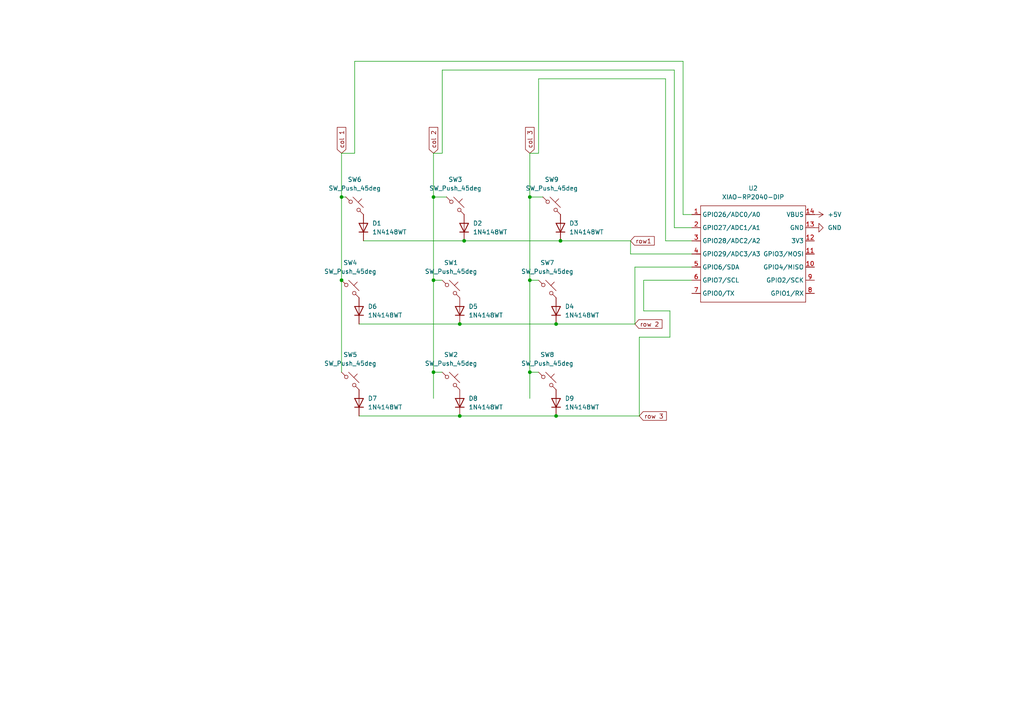
<source format=kicad_sch>
(kicad_sch
	(version 20250114)
	(generator "eeschema")
	(generator_version "9.0")
	(uuid "344f4de1-736e-4758-bd90-f8e33a0ad7ad")
	(paper "A4")
	(lib_symbols
		(symbol "Diode:1N4148WT"
			(pin_numbers
				(hide yes)
			)
			(pin_names
				(hide yes)
			)
			(exclude_from_sim no)
			(in_bom yes)
			(on_board yes)
			(property "Reference" "D"
				(at 0 2.54 0)
				(effects
					(font
						(size 1.27 1.27)
					)
				)
			)
			(property "Value" "1N4148WT"
				(at 0 -2.54 0)
				(effects
					(font
						(size 1.27 1.27)
					)
				)
			)
			(property "Footprint" "Diode_SMD:D_SOD-523"
				(at 0 -4.445 0)
				(effects
					(font
						(size 1.27 1.27)
					)
					(hide yes)
				)
			)
			(property "Datasheet" "https://www.diodes.com/assets/Datasheets/ds30396.pdf"
				(at 0 0 0)
				(effects
					(font
						(size 1.27 1.27)
					)
					(hide yes)
				)
			)
			(property "Description" "75V 0.15A Fast switching Diode, SOD-523"
				(at 0 0 0)
				(effects
					(font
						(size 1.27 1.27)
					)
					(hide yes)
				)
			)
			(property "Sim.Device" "D"
				(at 0 0 0)
				(effects
					(font
						(size 1.27 1.27)
					)
					(hide yes)
				)
			)
			(property "Sim.Pins" "1=K 2=A"
				(at 0 0 0)
				(effects
					(font
						(size 1.27 1.27)
					)
					(hide yes)
				)
			)
			(property "ki_keywords" "diode"
				(at 0 0 0)
				(effects
					(font
						(size 1.27 1.27)
					)
					(hide yes)
				)
			)
			(property "ki_fp_filters" "D*SOD?523*"
				(at 0 0 0)
				(effects
					(font
						(size 1.27 1.27)
					)
					(hide yes)
				)
			)
			(symbol "1N4148WT_0_1"
				(polyline
					(pts
						(xy -1.27 1.27) (xy -1.27 -1.27)
					)
					(stroke
						(width 0.254)
						(type default)
					)
					(fill
						(type none)
					)
				)
				(polyline
					(pts
						(xy 1.27 1.27) (xy 1.27 -1.27) (xy -1.27 0) (xy 1.27 1.27)
					)
					(stroke
						(width 0.254)
						(type default)
					)
					(fill
						(type none)
					)
				)
				(polyline
					(pts
						(xy 1.27 0) (xy -1.27 0)
					)
					(stroke
						(width 0)
						(type default)
					)
					(fill
						(type none)
					)
				)
			)
			(symbol "1N4148WT_1_1"
				(pin passive line
					(at -3.81 0 0)
					(length 2.54)
					(name "K"
						(effects
							(font
								(size 1.27 1.27)
							)
						)
					)
					(number "1"
						(effects
							(font
								(size 1.27 1.27)
							)
						)
					)
				)
				(pin passive line
					(at 3.81 0 180)
					(length 2.54)
					(name "A"
						(effects
							(font
								(size 1.27 1.27)
							)
						)
					)
					(number "2"
						(effects
							(font
								(size 1.27 1.27)
							)
						)
					)
				)
			)
			(embedded_fonts no)
		)
		(symbol "OPL liberary:XIAO-RP2040-DIP"
			(exclude_from_sim no)
			(in_bom yes)
			(on_board yes)
			(property "Reference" "U"
				(at 0 0 0)
				(effects
					(font
						(size 1.27 1.27)
					)
				)
			)
			(property "Value" "XIAO-RP2040-DIP"
				(at 5.334 -1.778 0)
				(effects
					(font
						(size 1.27 1.27)
					)
				)
			)
			(property "Footprint" "Module:MOUDLE14P-XIAO-DIP-SMD"
				(at 14.478 -32.258 0)
				(effects
					(font
						(size 1.27 1.27)
					)
					(hide yes)
				)
			)
			(property "Datasheet" ""
				(at 0 0 0)
				(effects
					(font
						(size 1.27 1.27)
					)
					(hide yes)
				)
			)
			(property "Description" ""
				(at 0 0 0)
				(effects
					(font
						(size 1.27 1.27)
					)
					(hide yes)
				)
			)
			(symbol "XIAO-RP2040-DIP_1_0"
				(polyline
					(pts
						(xy -1.27 -2.54) (xy 29.21 -2.54)
					)
					(stroke
						(width 0.1524)
						(type solid)
					)
					(fill
						(type none)
					)
				)
				(polyline
					(pts
						(xy -1.27 -5.08) (xy -2.54 -5.08)
					)
					(stroke
						(width 0.1524)
						(type solid)
					)
					(fill
						(type none)
					)
				)
				(polyline
					(pts
						(xy -1.27 -5.08) (xy -1.27 -2.54)
					)
					(stroke
						(width 0.1524)
						(type solid)
					)
					(fill
						(type none)
					)
				)
				(polyline
					(pts
						(xy -1.27 -8.89) (xy -2.54 -8.89)
					)
					(stroke
						(width 0.1524)
						(type solid)
					)
					(fill
						(type none)
					)
				)
				(polyline
					(pts
						(xy -1.27 -8.89) (xy -1.27 -5.08)
					)
					(stroke
						(width 0.1524)
						(type solid)
					)
					(fill
						(type none)
					)
				)
				(polyline
					(pts
						(xy -1.27 -12.7) (xy -2.54 -12.7)
					)
					(stroke
						(width 0.1524)
						(type solid)
					)
					(fill
						(type none)
					)
				)
				(polyline
					(pts
						(xy -1.27 -12.7) (xy -1.27 -8.89)
					)
					(stroke
						(width 0.1524)
						(type solid)
					)
					(fill
						(type none)
					)
				)
				(polyline
					(pts
						(xy -1.27 -16.51) (xy -2.54 -16.51)
					)
					(stroke
						(width 0.1524)
						(type solid)
					)
					(fill
						(type none)
					)
				)
				(polyline
					(pts
						(xy -1.27 -16.51) (xy -1.27 -12.7)
					)
					(stroke
						(width 0.1524)
						(type solid)
					)
					(fill
						(type none)
					)
				)
				(polyline
					(pts
						(xy -1.27 -20.32) (xy -2.54 -20.32)
					)
					(stroke
						(width 0.1524)
						(type solid)
					)
					(fill
						(type none)
					)
				)
				(polyline
					(pts
						(xy -1.27 -24.13) (xy -2.54 -24.13)
					)
					(stroke
						(width 0.1524)
						(type solid)
					)
					(fill
						(type none)
					)
				)
				(polyline
					(pts
						(xy -1.27 -27.94) (xy -2.54 -27.94)
					)
					(stroke
						(width 0.1524)
						(type solid)
					)
					(fill
						(type none)
					)
				)
				(polyline
					(pts
						(xy -1.27 -30.48) (xy -1.27 -16.51)
					)
					(stroke
						(width 0.1524)
						(type solid)
					)
					(fill
						(type none)
					)
				)
				(polyline
					(pts
						(xy 29.21 -2.54) (xy 29.21 -5.08)
					)
					(stroke
						(width 0.1524)
						(type solid)
					)
					(fill
						(type none)
					)
				)
				(polyline
					(pts
						(xy 29.21 -5.08) (xy 29.21 -8.89)
					)
					(stroke
						(width 0.1524)
						(type solid)
					)
					(fill
						(type none)
					)
				)
				(polyline
					(pts
						(xy 29.21 -8.89) (xy 29.21 -12.7)
					)
					(stroke
						(width 0.1524)
						(type solid)
					)
					(fill
						(type none)
					)
				)
				(polyline
					(pts
						(xy 29.21 -12.7) (xy 29.21 -30.48)
					)
					(stroke
						(width 0.1524)
						(type solid)
					)
					(fill
						(type none)
					)
				)
				(polyline
					(pts
						(xy 29.21 -30.48) (xy -1.27 -30.48)
					)
					(stroke
						(width 0.1524)
						(type solid)
					)
					(fill
						(type none)
					)
				)
				(polyline
					(pts
						(xy 30.48 -5.08) (xy 29.21 -5.08)
					)
					(stroke
						(width 0.1524)
						(type solid)
					)
					(fill
						(type none)
					)
				)
				(polyline
					(pts
						(xy 30.48 -8.89) (xy 29.21 -8.89)
					)
					(stroke
						(width 0.1524)
						(type solid)
					)
					(fill
						(type none)
					)
				)
				(polyline
					(pts
						(xy 30.48 -12.7) (xy 29.21 -12.7)
					)
					(stroke
						(width 0.1524)
						(type solid)
					)
					(fill
						(type none)
					)
				)
				(polyline
					(pts
						(xy 30.48 -16.51) (xy 29.21 -16.51)
					)
					(stroke
						(width 0.1524)
						(type solid)
					)
					(fill
						(type none)
					)
				)
				(polyline
					(pts
						(xy 30.48 -20.32) (xy 29.21 -20.32)
					)
					(stroke
						(width 0.1524)
						(type solid)
					)
					(fill
						(type none)
					)
				)
				(polyline
					(pts
						(xy 30.48 -24.13) (xy 29.21 -24.13)
					)
					(stroke
						(width 0.1524)
						(type solid)
					)
					(fill
						(type none)
					)
				)
				(polyline
					(pts
						(xy 30.48 -27.94) (xy 29.21 -27.94)
					)
					(stroke
						(width 0.1524)
						(type solid)
					)
					(fill
						(type none)
					)
				)
				(pin passive line
					(at -3.81 -5.08 0)
					(length 2.54)
					(name "GPIO26/ADC0/A0"
						(effects
							(font
								(size 1.27 1.27)
							)
						)
					)
					(number "1"
						(effects
							(font
								(size 1.27 1.27)
							)
						)
					)
				)
				(pin passive line
					(at -3.81 -8.89 0)
					(length 2.54)
					(name "GPIO27/ADC1/A1"
						(effects
							(font
								(size 1.27 1.27)
							)
						)
					)
					(number "2"
						(effects
							(font
								(size 1.27 1.27)
							)
						)
					)
				)
				(pin passive line
					(at -3.81 -12.7 0)
					(length 2.54)
					(name "GPIO28/ADC2/A2"
						(effects
							(font
								(size 1.27 1.27)
							)
						)
					)
					(number "3"
						(effects
							(font
								(size 1.27 1.27)
							)
						)
					)
				)
				(pin passive line
					(at -3.81 -16.51 0)
					(length 2.54)
					(name "GPIO29/ADC3/A3"
						(effects
							(font
								(size 1.27 1.27)
							)
						)
					)
					(number "4"
						(effects
							(font
								(size 1.27 1.27)
							)
						)
					)
				)
				(pin passive line
					(at -3.81 -20.32 0)
					(length 2.54)
					(name "GPIO6/SDA"
						(effects
							(font
								(size 1.27 1.27)
							)
						)
					)
					(number "5"
						(effects
							(font
								(size 1.27 1.27)
							)
						)
					)
				)
				(pin passive line
					(at -3.81 -24.13 0)
					(length 2.54)
					(name "GPIO7/SCL"
						(effects
							(font
								(size 1.27 1.27)
							)
						)
					)
					(number "6"
						(effects
							(font
								(size 1.27 1.27)
							)
						)
					)
				)
				(pin passive line
					(at -3.81 -27.94 0)
					(length 2.54)
					(name "GPIO0/TX"
						(effects
							(font
								(size 1.27 1.27)
							)
						)
					)
					(number "7"
						(effects
							(font
								(size 1.27 1.27)
							)
						)
					)
				)
				(pin passive line
					(at 31.75 -5.08 180)
					(length 2.54)
					(name "VBUS"
						(effects
							(font
								(size 1.27 1.27)
							)
						)
					)
					(number "14"
						(effects
							(font
								(size 1.27 1.27)
							)
						)
					)
				)
				(pin passive line
					(at 31.75 -8.89 180)
					(length 2.54)
					(name "GND"
						(effects
							(font
								(size 1.27 1.27)
							)
						)
					)
					(number "13"
						(effects
							(font
								(size 1.27 1.27)
							)
						)
					)
				)
				(pin passive line
					(at 31.75 -12.7 180)
					(length 2.54)
					(name "3V3"
						(effects
							(font
								(size 1.27 1.27)
							)
						)
					)
					(number "12"
						(effects
							(font
								(size 1.27 1.27)
							)
						)
					)
				)
				(pin passive line
					(at 31.75 -16.51 180)
					(length 2.54)
					(name "GPIO3/MOSI"
						(effects
							(font
								(size 1.27 1.27)
							)
						)
					)
					(number "11"
						(effects
							(font
								(size 1.27 1.27)
							)
						)
					)
				)
				(pin passive line
					(at 31.75 -20.32 180)
					(length 2.54)
					(name "GPIO4/MISO"
						(effects
							(font
								(size 1.27 1.27)
							)
						)
					)
					(number "10"
						(effects
							(font
								(size 1.27 1.27)
							)
						)
					)
				)
				(pin passive line
					(at 31.75 -24.13 180)
					(length 2.54)
					(name "GPIO2/SCK"
						(effects
							(font
								(size 1.27 1.27)
							)
						)
					)
					(number "9"
						(effects
							(font
								(size 1.27 1.27)
							)
						)
					)
				)
				(pin passive line
					(at 31.75 -27.94 180)
					(length 2.54)
					(name "GPIO1/RX"
						(effects
							(font
								(size 1.27 1.27)
							)
						)
					)
					(number "8"
						(effects
							(font
								(size 1.27 1.27)
							)
						)
					)
				)
			)
			(embedded_fonts no)
		)
		(symbol "Switch:SW_Push_45deg"
			(pin_numbers
				(hide yes)
			)
			(pin_names
				(offset 1.016)
				(hide yes)
			)
			(exclude_from_sim no)
			(in_bom yes)
			(on_board yes)
			(property "Reference" "SW"
				(at 3.048 1.016 0)
				(effects
					(font
						(size 1.27 1.27)
					)
					(justify left)
				)
			)
			(property "Value" "SW_Push_45deg"
				(at 0 -3.81 0)
				(effects
					(font
						(size 1.27 1.27)
					)
				)
			)
			(property "Footprint" ""
				(at 0 0 0)
				(effects
					(font
						(size 1.27 1.27)
					)
					(hide yes)
				)
			)
			(property "Datasheet" "~"
				(at 0 0 0)
				(effects
					(font
						(size 1.27 1.27)
					)
					(hide yes)
				)
			)
			(property "Description" "Push button switch, normally open, two pins, 45° tilted"
				(at 0 0 0)
				(effects
					(font
						(size 1.27 1.27)
					)
					(hide yes)
				)
			)
			(property "ki_keywords" "switch normally-open pushbutton push-button"
				(at 0 0 0)
				(effects
					(font
						(size 1.27 1.27)
					)
					(hide yes)
				)
			)
			(symbol "SW_Push_45deg_0_1"
				(polyline
					(pts
						(xy -2.54 2.54) (xy -1.524 1.524) (xy -1.524 1.524)
					)
					(stroke
						(width 0)
						(type default)
					)
					(fill
						(type none)
					)
				)
				(circle
					(center -1.1684 1.1684)
					(radius 0.508)
					(stroke
						(width 0)
						(type default)
					)
					(fill
						(type none)
					)
				)
				(polyline
					(pts
						(xy -0.508 2.54) (xy 2.54 -0.508)
					)
					(stroke
						(width 0)
						(type default)
					)
					(fill
						(type none)
					)
				)
				(polyline
					(pts
						(xy 1.016 1.016) (xy 2.032 2.032)
					)
					(stroke
						(width 0)
						(type default)
					)
					(fill
						(type none)
					)
				)
				(circle
					(center 1.143 -1.1938)
					(radius 0.508)
					(stroke
						(width 0)
						(type default)
					)
					(fill
						(type none)
					)
				)
				(polyline
					(pts
						(xy 1.524 -1.524) (xy 2.54 -2.54) (xy 2.54 -2.54) (xy 2.54 -2.54)
					)
					(stroke
						(width 0)
						(type default)
					)
					(fill
						(type none)
					)
				)
				(pin passive line
					(at -2.54 2.54 0)
					(length 0)
					(name "1"
						(effects
							(font
								(size 1.27 1.27)
							)
						)
					)
					(number "1"
						(effects
							(font
								(size 1.27 1.27)
							)
						)
					)
				)
				(pin passive line
					(at 2.54 -2.54 180)
					(length 0)
					(name "2"
						(effects
							(font
								(size 1.27 1.27)
							)
						)
					)
					(number "2"
						(effects
							(font
								(size 1.27 1.27)
							)
						)
					)
				)
			)
			(embedded_fonts no)
		)
		(symbol "power:+5V"
			(power)
			(pin_numbers
				(hide yes)
			)
			(pin_names
				(offset 0)
				(hide yes)
			)
			(exclude_from_sim no)
			(in_bom yes)
			(on_board yes)
			(property "Reference" "#PWR"
				(at 0 -3.81 0)
				(effects
					(font
						(size 1.27 1.27)
					)
					(hide yes)
				)
			)
			(property "Value" "+5V"
				(at 0 3.556 0)
				(effects
					(font
						(size 1.27 1.27)
					)
				)
			)
			(property "Footprint" ""
				(at 0 0 0)
				(effects
					(font
						(size 1.27 1.27)
					)
					(hide yes)
				)
			)
			(property "Datasheet" ""
				(at 0 0 0)
				(effects
					(font
						(size 1.27 1.27)
					)
					(hide yes)
				)
			)
			(property "Description" "Power symbol creates a global label with name \"+5V\""
				(at 0 0 0)
				(effects
					(font
						(size 1.27 1.27)
					)
					(hide yes)
				)
			)
			(property "ki_keywords" "global power"
				(at 0 0 0)
				(effects
					(font
						(size 1.27 1.27)
					)
					(hide yes)
				)
			)
			(symbol "+5V_0_1"
				(polyline
					(pts
						(xy -0.762 1.27) (xy 0 2.54)
					)
					(stroke
						(width 0)
						(type default)
					)
					(fill
						(type none)
					)
				)
				(polyline
					(pts
						(xy 0 2.54) (xy 0.762 1.27)
					)
					(stroke
						(width 0)
						(type default)
					)
					(fill
						(type none)
					)
				)
				(polyline
					(pts
						(xy 0 0) (xy 0 2.54)
					)
					(stroke
						(width 0)
						(type default)
					)
					(fill
						(type none)
					)
				)
			)
			(symbol "+5V_1_1"
				(pin power_in line
					(at 0 0 90)
					(length 0)
					(name "~"
						(effects
							(font
								(size 1.27 1.27)
							)
						)
					)
					(number "1"
						(effects
							(font
								(size 1.27 1.27)
							)
						)
					)
				)
			)
			(embedded_fonts no)
		)
		(symbol "power:GND"
			(power)
			(pin_numbers
				(hide yes)
			)
			(pin_names
				(offset 0)
				(hide yes)
			)
			(exclude_from_sim no)
			(in_bom yes)
			(on_board yes)
			(property "Reference" "#PWR"
				(at 0 -6.35 0)
				(effects
					(font
						(size 1.27 1.27)
					)
					(hide yes)
				)
			)
			(property "Value" "GND"
				(at 0 -3.81 0)
				(effects
					(font
						(size 1.27 1.27)
					)
				)
			)
			(property "Footprint" ""
				(at 0 0 0)
				(effects
					(font
						(size 1.27 1.27)
					)
					(hide yes)
				)
			)
			(property "Datasheet" ""
				(at 0 0 0)
				(effects
					(font
						(size 1.27 1.27)
					)
					(hide yes)
				)
			)
			(property "Description" "Power symbol creates a global label with name \"GND\" , ground"
				(at 0 0 0)
				(effects
					(font
						(size 1.27 1.27)
					)
					(hide yes)
				)
			)
			(property "ki_keywords" "global power"
				(at 0 0 0)
				(effects
					(font
						(size 1.27 1.27)
					)
					(hide yes)
				)
			)
			(symbol "GND_0_1"
				(polyline
					(pts
						(xy 0 0) (xy 0 -1.27) (xy 1.27 -1.27) (xy 0 -2.54) (xy -1.27 -1.27) (xy 0 -1.27)
					)
					(stroke
						(width 0)
						(type default)
					)
					(fill
						(type none)
					)
				)
			)
			(symbol "GND_1_1"
				(pin power_in line
					(at 0 0 270)
					(length 0)
					(name "~"
						(effects
							(font
								(size 1.27 1.27)
							)
						)
					)
					(number "1"
						(effects
							(font
								(size 1.27 1.27)
							)
						)
					)
				)
			)
			(embedded_fonts no)
		)
	)
	(junction
		(at 153.67 57.15)
		(diameter 0)
		(color 0 0 0 0)
		(uuid "011aa8e1-2841-408a-bb35-4792d104ba42")
	)
	(junction
		(at 99.06 81.28)
		(diameter 0)
		(color 0 0 0 0)
		(uuid "11d25810-d14e-4379-a6df-79e701ea7bf4")
	)
	(junction
		(at 153.67 81.28)
		(diameter 0)
		(color 0 0 0 0)
		(uuid "2558c54b-729a-4e69-aebb-536f5b28734f")
	)
	(junction
		(at 133.35 120.65)
		(diameter 0)
		(color 0 0 0 0)
		(uuid "2a8c9ec7-b3d3-4920-9816-ce2a2ecb4fbe")
	)
	(junction
		(at 133.35 93.98)
		(diameter 0)
		(color 0 0 0 0)
		(uuid "2fc2892a-05b9-43cc-a47f-aa0c4583732d")
	)
	(junction
		(at 99.06 57.15)
		(diameter 0)
		(color 0 0 0 0)
		(uuid "3bd59211-fa72-41d2-974c-c27b7138e19c")
	)
	(junction
		(at 153.67 107.95)
		(diameter 0)
		(color 0 0 0 0)
		(uuid "5c345ca2-64a1-4be6-8b1c-dc6db57cc3aa")
	)
	(junction
		(at 125.73 57.15)
		(diameter 0)
		(color 0 0 0 0)
		(uuid "679f46ff-5f72-4a5b-83e3-bfce0bde639d")
	)
	(junction
		(at 134.62 69.85)
		(diameter 0)
		(color 0 0 0 0)
		(uuid "8bee247a-f655-4401-a8ac-1140f4f1102b")
	)
	(junction
		(at 161.29 93.98)
		(diameter 0)
		(color 0 0 0 0)
		(uuid "986b890c-4237-44fe-ac04-85c4c3311517")
	)
	(junction
		(at 161.29 120.65)
		(diameter 0)
		(color 0 0 0 0)
		(uuid "beeb0d48-6968-4b56-b496-1eb1df792cff")
	)
	(junction
		(at 125.73 81.28)
		(diameter 0)
		(color 0 0 0 0)
		(uuid "c86933d0-a212-4aba-bfb5-6769db98ecdd")
	)
	(junction
		(at 125.73 107.95)
		(diameter 0)
		(color 0 0 0 0)
		(uuid "ef25e894-9d1d-421c-b40a-02f76596f355")
	)
	(junction
		(at 162.56 69.85)
		(diameter 0)
		(color 0 0 0 0)
		(uuid "f25f624f-9050-4b53-a8db-f239f8765c04")
	)
	(wire
		(pts
			(xy 198.12 62.23) (xy 200.66 62.23)
		)
		(stroke
			(width 0)
			(type default)
		)
		(uuid "1410cb52-a194-4a5b-8a4a-1875a3fbf2cb")
	)
	(wire
		(pts
			(xy 195.58 20.32) (xy 195.58 66.04)
		)
		(stroke
			(width 0)
			(type default)
		)
		(uuid "1cb6a737-5337-40d2-9481-d50f469ee777")
	)
	(wire
		(pts
			(xy 128.27 81.28) (xy 125.73 81.28)
		)
		(stroke
			(width 0)
			(type default)
		)
		(uuid "1d48fac2-9884-48cf-bf59-6f30efbef3d0")
	)
	(wire
		(pts
			(xy 156.21 81.28) (xy 153.67 81.28)
		)
		(stroke
			(width 0)
			(type default)
		)
		(uuid "1ed1f7dd-7b0f-4543-8f09-9c80ee6c707f")
	)
	(wire
		(pts
			(xy 125.73 81.28) (xy 125.73 107.95)
		)
		(stroke
			(width 0)
			(type default)
		)
		(uuid "28fa64f2-ab38-4b23-948a-c65d26ad2b5d")
	)
	(wire
		(pts
			(xy 133.35 93.98) (xy 161.29 93.98)
		)
		(stroke
			(width 0)
			(type default)
		)
		(uuid "30ecf788-f5f0-4f60-aacc-3fe9aea4d3fd")
	)
	(wire
		(pts
			(xy 156.21 107.95) (xy 153.67 107.95)
		)
		(stroke
			(width 0)
			(type default)
		)
		(uuid "31f096e0-d045-4449-b7ad-ff67bc601923")
	)
	(wire
		(pts
			(xy 134.62 69.85) (xy 162.56 69.85)
		)
		(stroke
			(width 0)
			(type default)
		)
		(uuid "32b7ec0e-c5af-42e7-b840-5ebfd7e6a342")
	)
	(wire
		(pts
			(xy 195.58 66.04) (xy 200.66 66.04)
		)
		(stroke
			(width 0)
			(type default)
		)
		(uuid "34c91408-cf22-4025-b631-091c22944c63")
	)
	(wire
		(pts
			(xy 153.67 57.15) (xy 153.67 81.28)
		)
		(stroke
			(width 0)
			(type default)
		)
		(uuid "3e3dad59-0c5a-406c-8bbd-4c874539ab48")
	)
	(wire
		(pts
			(xy 182.88 73.66) (xy 200.66 73.66)
		)
		(stroke
			(width 0)
			(type default)
		)
		(uuid "538417bf-e274-47ca-a203-89cb05aedaa7")
	)
	(wire
		(pts
			(xy 104.14 93.98) (xy 133.35 93.98)
		)
		(stroke
			(width 0)
			(type default)
		)
		(uuid "53d9d34c-92eb-40f6-a63b-8d9bb40f29fa")
	)
	(wire
		(pts
			(xy 104.14 120.65) (xy 133.35 120.65)
		)
		(stroke
			(width 0)
			(type default)
		)
		(uuid "54e7c41f-5b57-49a7-b2cf-1a2799b22a5b")
	)
	(wire
		(pts
			(xy 186.69 90.17) (xy 186.69 81.28)
		)
		(stroke
			(width 0)
			(type default)
		)
		(uuid "607192a6-c7a0-4835-89ed-a2cf06027bbd")
	)
	(wire
		(pts
			(xy 99.06 57.15) (xy 100.33 57.15)
		)
		(stroke
			(width 0)
			(type default)
		)
		(uuid "688ef9df-7e8a-40c6-a410-cc71d29ea145")
	)
	(wire
		(pts
			(xy 184.15 93.98) (xy 184.15 77.47)
		)
		(stroke
			(width 0)
			(type default)
		)
		(uuid "6a2a93dd-c0dc-4d0f-af24-fbc3f919093b")
	)
	(wire
		(pts
			(xy 193.04 22.86) (xy 193.04 69.85)
		)
		(stroke
			(width 0)
			(type default)
		)
		(uuid "6a4261a2-3700-4954-87c8-0b65e9b0a3dd")
	)
	(wire
		(pts
			(xy 161.29 93.98) (xy 184.15 93.98)
		)
		(stroke
			(width 0)
			(type default)
		)
		(uuid "6b0bb7fb-5bb3-49a2-a981-1cf2ab85d0a6")
	)
	(wire
		(pts
			(xy 186.69 81.28) (xy 200.66 81.28)
		)
		(stroke
			(width 0)
			(type default)
		)
		(uuid "6ee329d1-729d-4529-b0d3-a04ea854b69a")
	)
	(wire
		(pts
			(xy 99.06 44.45) (xy 102.87 44.45)
		)
		(stroke
			(width 0)
			(type default)
		)
		(uuid "71d1234a-4ce8-4b31-8d44-c0b46ce2dd48")
	)
	(wire
		(pts
			(xy 162.56 69.85) (xy 182.88 69.85)
		)
		(stroke
			(width 0)
			(type default)
		)
		(uuid "72fe1b2b-1d3d-49b5-b291-0a90bfa54844")
	)
	(wire
		(pts
			(xy 153.67 44.45) (xy 153.67 57.15)
		)
		(stroke
			(width 0)
			(type default)
		)
		(uuid "7670b54a-c30d-4780-8ee7-991e7e38d8c1")
	)
	(wire
		(pts
			(xy 125.73 44.45) (xy 128.27 44.45)
		)
		(stroke
			(width 0)
			(type default)
		)
		(uuid "7b1db5c4-ac43-4741-a904-8e68270cd320")
	)
	(wire
		(pts
			(xy 194.31 90.17) (xy 186.69 90.17)
		)
		(stroke
			(width 0)
			(type default)
		)
		(uuid "7db463d4-faa6-45a9-8684-370b601f0981")
	)
	(wire
		(pts
			(xy 185.42 97.79) (xy 194.31 97.79)
		)
		(stroke
			(width 0)
			(type default)
		)
		(uuid "875bd029-44a4-4558-9984-28e76cc5ad64")
	)
	(wire
		(pts
			(xy 156.21 44.45) (xy 156.21 22.86)
		)
		(stroke
			(width 0)
			(type default)
		)
		(uuid "88a41626-c563-4f88-bf9b-738c6d6690a3")
	)
	(wire
		(pts
			(xy 193.04 69.85) (xy 200.66 69.85)
		)
		(stroke
			(width 0)
			(type default)
		)
		(uuid "8e4a0504-107f-4674-accd-df6ba1c49d1b")
	)
	(wire
		(pts
			(xy 153.67 57.15) (xy 157.48 57.15)
		)
		(stroke
			(width 0)
			(type default)
		)
		(uuid "9794c32c-6360-40ab-8d23-4d2e3cf92765")
	)
	(wire
		(pts
			(xy 198.12 17.78) (xy 198.12 62.23)
		)
		(stroke
			(width 0)
			(type default)
		)
		(uuid "987365e4-89a3-484b-8866-ddd44a2e9ee0")
	)
	(wire
		(pts
			(xy 105.41 69.85) (xy 134.62 69.85)
		)
		(stroke
			(width 0)
			(type default)
		)
		(uuid "9d10ccb6-c9b8-4f2f-8740-e3ed79f01a42")
	)
	(wire
		(pts
			(xy 153.67 81.28) (xy 153.67 107.95)
		)
		(stroke
			(width 0)
			(type default)
		)
		(uuid "9d9d3fbe-151c-444a-b8a1-be361c8527b4")
	)
	(wire
		(pts
			(xy 194.31 97.79) (xy 194.31 90.17)
		)
		(stroke
			(width 0)
			(type default)
		)
		(uuid "9fbe32d4-24c3-4a0e-b6e9-168716bd689f")
	)
	(wire
		(pts
			(xy 128.27 44.45) (xy 128.27 20.32)
		)
		(stroke
			(width 0)
			(type default)
		)
		(uuid "a421c959-541a-4c98-b483-ed1ae94dfca0")
	)
	(wire
		(pts
			(xy 99.06 57.15) (xy 99.06 81.28)
		)
		(stroke
			(width 0)
			(type default)
		)
		(uuid "a4b693cc-83a7-4e39-99d1-3885306bf41a")
	)
	(wire
		(pts
			(xy 133.35 120.65) (xy 161.29 120.65)
		)
		(stroke
			(width 0)
			(type default)
		)
		(uuid "a507bc7b-fbb5-4b93-a4d3-075a85bb6a81")
	)
	(wire
		(pts
			(xy 125.73 57.15) (xy 129.54 57.15)
		)
		(stroke
			(width 0)
			(type default)
		)
		(uuid "a607dc17-47d4-4678-9ff7-1ce74d9afe9c")
	)
	(wire
		(pts
			(xy 182.88 69.85) (xy 182.88 73.66)
		)
		(stroke
			(width 0)
			(type default)
		)
		(uuid "a73e3757-71c5-4bf8-ac03-298b51e2d9df")
	)
	(wire
		(pts
			(xy 99.06 44.45) (xy 99.06 57.15)
		)
		(stroke
			(width 0)
			(type default)
		)
		(uuid "b013e992-5eaf-4364-8ba5-afafb131d919")
	)
	(wire
		(pts
			(xy 99.06 81.28) (xy 99.06 107.95)
		)
		(stroke
			(width 0)
			(type default)
		)
		(uuid "b260720c-12b6-40ae-a940-5bc2b1783a81")
	)
	(wire
		(pts
			(xy 156.21 22.86) (xy 193.04 22.86)
		)
		(stroke
			(width 0)
			(type default)
		)
		(uuid "b53b6890-92d3-4658-b815-09938037d70e")
	)
	(wire
		(pts
			(xy 125.73 44.45) (xy 125.73 57.15)
		)
		(stroke
			(width 0)
			(type default)
		)
		(uuid "b63901ca-5fbe-4a28-900e-713eefe41fbf")
	)
	(wire
		(pts
			(xy 102.87 17.78) (xy 198.12 17.78)
		)
		(stroke
			(width 0)
			(type default)
		)
		(uuid "c8efb942-66f8-4125-8999-2f39b035747a")
	)
	(wire
		(pts
			(xy 185.42 120.65) (xy 185.42 97.79)
		)
		(stroke
			(width 0)
			(type default)
		)
		(uuid "c9493947-4e5f-42e6-93f1-b0d9f8d5eec3")
	)
	(wire
		(pts
			(xy 125.73 57.15) (xy 125.73 81.28)
		)
		(stroke
			(width 0)
			(type default)
		)
		(uuid "cca2e8b2-1456-4d1c-9537-b5ef1b177e6b")
	)
	(wire
		(pts
			(xy 161.29 120.65) (xy 185.42 120.65)
		)
		(stroke
			(width 0)
			(type default)
		)
		(uuid "d1fa538e-0c71-4aac-aa3f-ca77e7acaab0")
	)
	(wire
		(pts
			(xy 184.15 77.47) (xy 200.66 77.47)
		)
		(stroke
			(width 0)
			(type default)
		)
		(uuid "d4882ce4-b026-4127-9eb7-2453d4be3004")
	)
	(wire
		(pts
			(xy 102.87 44.45) (xy 102.87 17.78)
		)
		(stroke
			(width 0)
			(type default)
		)
		(uuid "d6c16269-a50f-422e-b77a-dbc2d176226c")
	)
	(wire
		(pts
			(xy 153.67 107.95) (xy 153.67 115.57)
		)
		(stroke
			(width 0)
			(type default)
		)
		(uuid "dcbe2c6b-e586-407e-bf78-00bc03473336")
	)
	(wire
		(pts
			(xy 128.27 107.95) (xy 125.73 107.95)
		)
		(stroke
			(width 0)
			(type default)
		)
		(uuid "de6c5d3a-5ad2-4d6a-993d-5ce56301d814")
	)
	(wire
		(pts
			(xy 128.27 20.32) (xy 195.58 20.32)
		)
		(stroke
			(width 0)
			(type default)
		)
		(uuid "e9b0a134-30c6-4189-9ed0-8b276aab63b5")
	)
	(wire
		(pts
			(xy 125.73 107.95) (xy 125.73 115.57)
		)
		(stroke
			(width 0)
			(type default)
		)
		(uuid "f2dee268-a417-4515-bcde-dcedc790c83e")
	)
	(wire
		(pts
			(xy 153.67 44.45) (xy 156.21 44.45)
		)
		(stroke
			(width 0)
			(type default)
		)
		(uuid "f829d2ed-ffe6-42e7-a470-b7d4c2f5eaa8")
	)
	(global_label "col 3"
		(shape input)
		(at 153.67 44.45 90)
		(fields_autoplaced yes)
		(effects
			(font
				(size 1.27 1.27)
			)
			(justify left)
		)
		(uuid "0d42fcf3-0450-4b08-9ee0-bc99eb1f1c7a")
		(property "Intersheetrefs" "${INTERSHEET_REFS}"
			(at 153.67 36.3849 90)
			(effects
				(font
					(size 1.27 1.27)
				)
				(justify left)
				(hide yes)
			)
		)
	)
	(global_label "row 3"
		(shape input)
		(at 185.42 120.65 0)
		(fields_autoplaced yes)
		(effects
			(font
				(size 1.27 1.27)
			)
			(justify left)
		)
		(uuid "2c44efb3-d3c9-4072-9b15-da757efb0b20")
		(property "Intersheetrefs" "${INTERSHEET_REFS}"
			(at 193.848 120.65 0)
			(effects
				(font
					(size 1.27 1.27)
				)
				(justify left)
				(hide yes)
			)
		)
	)
	(global_label "col 2"
		(shape input)
		(at 125.73 44.45 90)
		(fields_autoplaced yes)
		(effects
			(font
				(size 1.27 1.27)
			)
			(justify left)
		)
		(uuid "60cc2436-da07-4008-a7e9-d0caff10744f")
		(property "Intersheetrefs" "${INTERSHEET_REFS}"
			(at 125.73 36.3849 90)
			(effects
				(font
					(size 1.27 1.27)
				)
				(justify left)
				(hide yes)
			)
		)
	)
	(global_label "col 1"
		(shape input)
		(at 99.06 44.45 90)
		(fields_autoplaced yes)
		(effects
			(font
				(size 1.27 1.27)
			)
			(justify left)
		)
		(uuid "66267427-45af-4420-a105-d8b2497df7dd")
		(property "Intersheetrefs" "${INTERSHEET_REFS}"
			(at 99.06 36.3849 90)
			(effects
				(font
					(size 1.27 1.27)
				)
				(justify left)
				(hide yes)
			)
		)
	)
	(global_label "row1"
		(shape input)
		(at 182.88 69.85 0)
		(fields_autoplaced yes)
		(effects
			(font
				(size 1.27 1.27)
			)
			(justify left)
		)
		(uuid "83991bd8-401d-448a-8fcf-4a5f25ecd11c")
		(property "Intersheetrefs" "${INTERSHEET_REFS}"
			(at 190.3404 69.85 0)
			(effects
				(font
					(size 1.27 1.27)
				)
				(justify left)
				(hide yes)
			)
		)
	)
	(global_label "row 2"
		(shape input)
		(at 184.15 93.98 0)
		(fields_autoplaced yes)
		(effects
			(font
				(size 1.27 1.27)
			)
			(justify left)
		)
		(uuid "8a1870ee-3abe-4921-a8c2-0c0512875c23")
		(property "Intersheetrefs" "${INTERSHEET_REFS}"
			(at 192.578 93.98 0)
			(effects
				(font
					(size 1.27 1.27)
				)
				(justify left)
				(hide yes)
			)
		)
	)
	(symbol
		(lib_id "Switch:SW_Push_45deg")
		(at 132.08 59.69 0)
		(unit 1)
		(exclude_from_sim no)
		(in_bom yes)
		(on_board yes)
		(dnp no)
		(fields_autoplaced yes)
		(uuid "046bdaf9-e738-459f-b2ec-21cd55fc2da9")
		(property "Reference" "SW3"
			(at 132.08 52.07 0)
			(effects
				(font
					(size 1.27 1.27)
				)
			)
		)
		(property "Value" "SW_Push_45deg"
			(at 132.08 54.61 0)
			(effects
				(font
					(size 1.27 1.27)
				)
			)
		)
		(property "Footprint" ""
			(at 132.08 59.69 0)
			(effects
				(font
					(size 1.27 1.27)
				)
				(hide yes)
			)
		)
		(property "Datasheet" "~"
			(at 132.08 59.69 0)
			(effects
				(font
					(size 1.27 1.27)
				)
				(hide yes)
			)
		)
		(property "Description" "Push button switch, normally open, two pins, 45° tilted"
			(at 132.08 59.69 0)
			(effects
				(font
					(size 1.27 1.27)
				)
				(hide yes)
			)
		)
		(pin "2"
			(uuid "138b9075-d270-4242-91ae-33f60b655d85")
		)
		(pin "1"
			(uuid "50e20afa-6b28-4f0d-b430-ddfd2d0464b9")
		)
		(instances
			(project "codeer"
				(path "/344f4de1-736e-4758-bd90-f8e33a0ad7ad"
					(reference "SW3")
					(unit 1)
				)
			)
		)
	)
	(symbol
		(lib_id "Switch:SW_Push_45deg")
		(at 158.75 83.82 0)
		(unit 1)
		(exclude_from_sim no)
		(in_bom yes)
		(on_board yes)
		(dnp no)
		(fields_autoplaced yes)
		(uuid "162665da-0ef5-464f-9dad-5d408a5f0df7")
		(property "Reference" "SW7"
			(at 158.75 76.2 0)
			(effects
				(font
					(size 1.27 1.27)
				)
			)
		)
		(property "Value" "SW_Push_45deg"
			(at 158.75 78.74 0)
			(effects
				(font
					(size 1.27 1.27)
				)
			)
		)
		(property "Footprint" ""
			(at 158.75 83.82 0)
			(effects
				(font
					(size 1.27 1.27)
				)
				(hide yes)
			)
		)
		(property "Datasheet" "~"
			(at 158.75 83.82 0)
			(effects
				(font
					(size 1.27 1.27)
				)
				(hide yes)
			)
		)
		(property "Description" "Push button switch, normally open, two pins, 45° tilted"
			(at 158.75 83.82 0)
			(effects
				(font
					(size 1.27 1.27)
				)
				(hide yes)
			)
		)
		(pin "2"
			(uuid "cb740fd8-8790-4bd0-b0bc-8dc55ec66dfd")
		)
		(pin "1"
			(uuid "75de1855-363e-4e17-87e2-e3fd026f66b8")
		)
		(instances
			(project "codeer"
				(path "/344f4de1-736e-4758-bd90-f8e33a0ad7ad"
					(reference "SW7")
					(unit 1)
				)
			)
		)
	)
	(symbol
		(lib_id "Switch:SW_Push_45deg")
		(at 158.75 110.49 0)
		(unit 1)
		(exclude_from_sim no)
		(in_bom yes)
		(on_board yes)
		(dnp no)
		(fields_autoplaced yes)
		(uuid "360f3d3c-2e7a-42e6-9851-a2e55160d7a7")
		(property "Reference" "SW8"
			(at 158.75 102.87 0)
			(effects
				(font
					(size 1.27 1.27)
				)
			)
		)
		(property "Value" "SW_Push_45deg"
			(at 158.75 105.41 0)
			(effects
				(font
					(size 1.27 1.27)
				)
			)
		)
		(property "Footprint" ""
			(at 158.75 110.49 0)
			(effects
				(font
					(size 1.27 1.27)
				)
				(hide yes)
			)
		)
		(property "Datasheet" "~"
			(at 158.75 110.49 0)
			(effects
				(font
					(size 1.27 1.27)
				)
				(hide yes)
			)
		)
		(property "Description" "Push button switch, normally open, two pins, 45° tilted"
			(at 158.75 110.49 0)
			(effects
				(font
					(size 1.27 1.27)
				)
				(hide yes)
			)
		)
		(pin "2"
			(uuid "8bf602bf-27c2-4bb2-9c23-d544bbddc5a4")
		)
		(pin "1"
			(uuid "9cb325af-2da4-4188-b721-b471fe150152")
		)
		(instances
			(project "codeer"
				(path "/344f4de1-736e-4758-bd90-f8e33a0ad7ad"
					(reference "SW8")
					(unit 1)
				)
			)
		)
	)
	(symbol
		(lib_id "Diode:1N4148WT")
		(at 162.56 66.04 90)
		(unit 1)
		(exclude_from_sim no)
		(in_bom yes)
		(on_board yes)
		(dnp no)
		(fields_autoplaced yes)
		(uuid "4cb0ef54-0d26-4c3d-a8bd-83a5bafdfe6c")
		(property "Reference" "D3"
			(at 165.1 64.7699 90)
			(effects
				(font
					(size 1.27 1.27)
				)
				(justify right)
			)
		)
		(property "Value" "1N4148WT"
			(at 165.1 67.3099 90)
			(effects
				(font
					(size 1.27 1.27)
				)
				(justify right)
			)
		)
		(property "Footprint" "Diode_SMD:D_SOD-523"
			(at 167.005 66.04 0)
			(effects
				(font
					(size 1.27 1.27)
				)
				(hide yes)
			)
		)
		(property "Datasheet" "https://www.diodes.com/assets/Datasheets/ds30396.pdf"
			(at 162.56 66.04 0)
			(effects
				(font
					(size 1.27 1.27)
				)
				(hide yes)
			)
		)
		(property "Description" "75V 0.15A Fast switching Diode, SOD-523"
			(at 162.56 66.04 0)
			(effects
				(font
					(size 1.27 1.27)
				)
				(hide yes)
			)
		)
		(property "Sim.Device" "D"
			(at 162.56 66.04 0)
			(effects
				(font
					(size 1.27 1.27)
				)
				(hide yes)
			)
		)
		(property "Sim.Pins" "1=K 2=A"
			(at 162.56 66.04 0)
			(effects
				(font
					(size 1.27 1.27)
				)
				(hide yes)
			)
		)
		(pin "1"
			(uuid "bb0750a6-7d32-4b92-a1ca-3bce6ac89e4a")
		)
		(pin "2"
			(uuid "4f3d2f55-3a75-49a8-a45e-39ab66640c70")
		)
		(instances
			(project "codeer"
				(path "/344f4de1-736e-4758-bd90-f8e33a0ad7ad"
					(reference "D3")
					(unit 1)
				)
			)
		)
	)
	(symbol
		(lib_id "Diode:1N4148WT")
		(at 105.41 66.04 90)
		(unit 1)
		(exclude_from_sim no)
		(in_bom yes)
		(on_board yes)
		(dnp no)
		(fields_autoplaced yes)
		(uuid "72ce5c82-a014-4f5c-b09d-6c952204369e")
		(property "Reference" "D1"
			(at 107.95 64.7699 90)
			(effects
				(font
					(size 1.27 1.27)
				)
				(justify right)
			)
		)
		(property "Value" "1N4148WT"
			(at 107.95 67.3099 90)
			(effects
				(font
					(size 1.27 1.27)
				)
				(justify right)
			)
		)
		(property "Footprint" "Diode_SMD:D_SOD-523"
			(at 109.855 66.04 0)
			(effects
				(font
					(size 1.27 1.27)
				)
				(hide yes)
			)
		)
		(property "Datasheet" "https://www.diodes.com/assets/Datasheets/ds30396.pdf"
			(at 105.41 66.04 0)
			(effects
				(font
					(size 1.27 1.27)
				)
				(hide yes)
			)
		)
		(property "Description" "75V 0.15A Fast switching Diode, SOD-523"
			(at 105.41 66.04 0)
			(effects
				(font
					(size 1.27 1.27)
				)
				(hide yes)
			)
		)
		(property "Sim.Device" "D"
			(at 105.41 66.04 0)
			(effects
				(font
					(size 1.27 1.27)
				)
				(hide yes)
			)
		)
		(property "Sim.Pins" "1=K 2=A"
			(at 105.41 66.04 0)
			(effects
				(font
					(size 1.27 1.27)
				)
				(hide yes)
			)
		)
		(pin "1"
			(uuid "62dab0dc-e8b5-4a3d-a3b5-bb5f6b5536b1")
		)
		(pin "2"
			(uuid "588eeec3-629a-4eb6-8d04-576a78427d2a")
		)
		(instances
			(project ""
				(path "/344f4de1-736e-4758-bd90-f8e33a0ad7ad"
					(reference "D1")
					(unit 1)
				)
			)
		)
	)
	(symbol
		(lib_id "Switch:SW_Push_45deg")
		(at 130.81 83.82 0)
		(unit 1)
		(exclude_from_sim no)
		(in_bom yes)
		(on_board yes)
		(dnp no)
		(fields_autoplaced yes)
		(uuid "77992a28-a1e4-4c4f-af23-6ff70ea57862")
		(property "Reference" "SW1"
			(at 130.81 76.2 0)
			(effects
				(font
					(size 1.27 1.27)
				)
			)
		)
		(property "Value" "SW_Push_45deg"
			(at 130.81 78.74 0)
			(effects
				(font
					(size 1.27 1.27)
				)
			)
		)
		(property "Footprint" ""
			(at 130.81 83.82 0)
			(effects
				(font
					(size 1.27 1.27)
				)
				(hide yes)
			)
		)
		(property "Datasheet" "~"
			(at 130.81 83.82 0)
			(effects
				(font
					(size 1.27 1.27)
				)
				(hide yes)
			)
		)
		(property "Description" "Push button switch, normally open, two pins, 45° tilted"
			(at 130.81 83.82 0)
			(effects
				(font
					(size 1.27 1.27)
				)
				(hide yes)
			)
		)
		(pin "2"
			(uuid "7a1f8fe1-d156-4129-ad9a-40fb7a85f7a1")
		)
		(pin "1"
			(uuid "661d83f5-28bc-4ced-8890-3edceda45f5b")
		)
		(instances
			(project "codeer"
				(path "/344f4de1-736e-4758-bd90-f8e33a0ad7ad"
					(reference "SW1")
					(unit 1)
				)
			)
		)
	)
	(symbol
		(lib_id "Diode:1N4148WT")
		(at 133.35 90.17 90)
		(unit 1)
		(exclude_from_sim no)
		(in_bom yes)
		(on_board yes)
		(dnp no)
		(fields_autoplaced yes)
		(uuid "7bcd804a-cf08-4d0d-a874-6e0f36797a69")
		(property "Reference" "D5"
			(at 135.89 88.8999 90)
			(effects
				(font
					(size 1.27 1.27)
				)
				(justify right)
			)
		)
		(property "Value" "1N4148WT"
			(at 135.89 91.4399 90)
			(effects
				(font
					(size 1.27 1.27)
				)
				(justify right)
			)
		)
		(property "Footprint" "Diode_SMD:D_SOD-523"
			(at 137.795 90.17 0)
			(effects
				(font
					(size 1.27 1.27)
				)
				(hide yes)
			)
		)
		(property "Datasheet" "https://www.diodes.com/assets/Datasheets/ds30396.pdf"
			(at 133.35 90.17 0)
			(effects
				(font
					(size 1.27 1.27)
				)
				(hide yes)
			)
		)
		(property "Description" "75V 0.15A Fast switching Diode, SOD-523"
			(at 133.35 90.17 0)
			(effects
				(font
					(size 1.27 1.27)
				)
				(hide yes)
			)
		)
		(property "Sim.Device" "D"
			(at 133.35 90.17 0)
			(effects
				(font
					(size 1.27 1.27)
				)
				(hide yes)
			)
		)
		(property "Sim.Pins" "1=K 2=A"
			(at 133.35 90.17 0)
			(effects
				(font
					(size 1.27 1.27)
				)
				(hide yes)
			)
		)
		(pin "1"
			(uuid "8d597c4b-06db-43a7-81e8-21060a310a58")
		)
		(pin "2"
			(uuid "4d553ed7-5d59-4e40-83a1-631ee23fb975")
		)
		(instances
			(project "codeer"
				(path "/344f4de1-736e-4758-bd90-f8e33a0ad7ad"
					(reference "D5")
					(unit 1)
				)
			)
		)
	)
	(symbol
		(lib_id "Diode:1N4148WT")
		(at 161.29 116.84 90)
		(unit 1)
		(exclude_from_sim no)
		(in_bom yes)
		(on_board yes)
		(dnp no)
		(fields_autoplaced yes)
		(uuid "8a6fc952-6b35-413e-b7a2-913a34851af5")
		(property "Reference" "D9"
			(at 163.83 115.5699 90)
			(effects
				(font
					(size 1.27 1.27)
				)
				(justify right)
			)
		)
		(property "Value" "1N4148WT"
			(at 163.83 118.1099 90)
			(effects
				(font
					(size 1.27 1.27)
				)
				(justify right)
			)
		)
		(property "Footprint" "Diode_SMD:D_SOD-523"
			(at 165.735 116.84 0)
			(effects
				(font
					(size 1.27 1.27)
				)
				(hide yes)
			)
		)
		(property "Datasheet" "https://www.diodes.com/assets/Datasheets/ds30396.pdf"
			(at 161.29 116.84 0)
			(effects
				(font
					(size 1.27 1.27)
				)
				(hide yes)
			)
		)
		(property "Description" "75V 0.15A Fast switching Diode, SOD-523"
			(at 161.29 116.84 0)
			(effects
				(font
					(size 1.27 1.27)
				)
				(hide yes)
			)
		)
		(property "Sim.Device" "D"
			(at 161.29 116.84 0)
			(effects
				(font
					(size 1.27 1.27)
				)
				(hide yes)
			)
		)
		(property "Sim.Pins" "1=K 2=A"
			(at 161.29 116.84 0)
			(effects
				(font
					(size 1.27 1.27)
				)
				(hide yes)
			)
		)
		(pin "1"
			(uuid "a0fb2d32-c708-4a09-afe4-f180d2e7e6f9")
		)
		(pin "2"
			(uuid "9f4dd836-aedc-416f-9bd8-21c4ccedb4f7")
		)
		(instances
			(project "codeer"
				(path "/344f4de1-736e-4758-bd90-f8e33a0ad7ad"
					(reference "D9")
					(unit 1)
				)
			)
		)
	)
	(symbol
		(lib_id "Diode:1N4148WT")
		(at 104.14 116.84 90)
		(unit 1)
		(exclude_from_sim no)
		(in_bom yes)
		(on_board yes)
		(dnp no)
		(fields_autoplaced yes)
		(uuid "8ad379ea-1f3c-4de4-bd99-392b6a9c9283")
		(property "Reference" "D7"
			(at 106.68 115.5699 90)
			(effects
				(font
					(size 1.27 1.27)
				)
				(justify right)
			)
		)
		(property "Value" "1N4148WT"
			(at 106.68 118.1099 90)
			(effects
				(font
					(size 1.27 1.27)
				)
				(justify right)
			)
		)
		(property "Footprint" "Diode_SMD:D_SOD-523"
			(at 108.585 116.84 0)
			(effects
				(font
					(size 1.27 1.27)
				)
				(hide yes)
			)
		)
		(property "Datasheet" "https://www.diodes.com/assets/Datasheets/ds30396.pdf"
			(at 104.14 116.84 0)
			(effects
				(font
					(size 1.27 1.27)
				)
				(hide yes)
			)
		)
		(property "Description" "75V 0.15A Fast switching Diode, SOD-523"
			(at 104.14 116.84 0)
			(effects
				(font
					(size 1.27 1.27)
				)
				(hide yes)
			)
		)
		(property "Sim.Device" "D"
			(at 104.14 116.84 0)
			(effects
				(font
					(size 1.27 1.27)
				)
				(hide yes)
			)
		)
		(property "Sim.Pins" "1=K 2=A"
			(at 104.14 116.84 0)
			(effects
				(font
					(size 1.27 1.27)
				)
				(hide yes)
			)
		)
		(pin "1"
			(uuid "ee71895a-0036-4dd2-9fb2-0679f168d5fc")
		)
		(pin "2"
			(uuid "4bda7adc-35a0-4db2-b669-30a752deae64")
		)
		(instances
			(project "codeer"
				(path "/344f4de1-736e-4758-bd90-f8e33a0ad7ad"
					(reference "D7")
					(unit 1)
				)
			)
		)
	)
	(symbol
		(lib_id "Switch:SW_Push_45deg")
		(at 102.87 59.69 0)
		(unit 1)
		(exclude_from_sim no)
		(in_bom yes)
		(on_board yes)
		(dnp no)
		(fields_autoplaced yes)
		(uuid "8bff74a5-19b6-4d74-9a0f-5fdb98bf4f55")
		(property "Reference" "SW6"
			(at 102.87 52.07 0)
			(effects
				(font
					(size 1.27 1.27)
				)
			)
		)
		(property "Value" "SW_Push_45deg"
			(at 102.87 54.61 0)
			(effects
				(font
					(size 1.27 1.27)
				)
			)
		)
		(property "Footprint" ""
			(at 102.87 59.69 0)
			(effects
				(font
					(size 1.27 1.27)
				)
				(hide yes)
			)
		)
		(property "Datasheet" "~"
			(at 102.87 59.69 0)
			(effects
				(font
					(size 1.27 1.27)
				)
				(hide yes)
			)
		)
		(property "Description" "Push button switch, normally open, two pins, 45° tilted"
			(at 102.87 59.69 0)
			(effects
				(font
					(size 1.27 1.27)
				)
				(hide yes)
			)
		)
		(pin "2"
			(uuid "57e2cb00-0f15-41d1-87c0-d090a0365aa5")
		)
		(pin "1"
			(uuid "54c77d39-8bd4-4e93-8558-d1bacc5f0e7e")
		)
		(instances
			(project "codeer"
				(path "/344f4de1-736e-4758-bd90-f8e33a0ad7ad"
					(reference "SW6")
					(unit 1)
				)
			)
		)
	)
	(symbol
		(lib_id "Diode:1N4148WT")
		(at 133.35 116.84 90)
		(unit 1)
		(exclude_from_sim no)
		(in_bom yes)
		(on_board yes)
		(dnp no)
		(fields_autoplaced yes)
		(uuid "8cc79205-8cb8-4355-9542-f773282f276f")
		(property "Reference" "D8"
			(at 135.89 115.5699 90)
			(effects
				(font
					(size 1.27 1.27)
				)
				(justify right)
			)
		)
		(property "Value" "1N4148WT"
			(at 135.89 118.1099 90)
			(effects
				(font
					(size 1.27 1.27)
				)
				(justify right)
			)
		)
		(property "Footprint" "Diode_SMD:D_SOD-523"
			(at 137.795 116.84 0)
			(effects
				(font
					(size 1.27 1.27)
				)
				(hide yes)
			)
		)
		(property "Datasheet" "https://www.diodes.com/assets/Datasheets/ds30396.pdf"
			(at 133.35 116.84 0)
			(effects
				(font
					(size 1.27 1.27)
				)
				(hide yes)
			)
		)
		(property "Description" "75V 0.15A Fast switching Diode, SOD-523"
			(at 133.35 116.84 0)
			(effects
				(font
					(size 1.27 1.27)
				)
				(hide yes)
			)
		)
		(property "Sim.Device" "D"
			(at 133.35 116.84 0)
			(effects
				(font
					(size 1.27 1.27)
				)
				(hide yes)
			)
		)
		(property "Sim.Pins" "1=K 2=A"
			(at 133.35 116.84 0)
			(effects
				(font
					(size 1.27 1.27)
				)
				(hide yes)
			)
		)
		(pin "1"
			(uuid "1cc3f1c3-6463-4d2b-a66d-82b61f67957b")
		)
		(pin "2"
			(uuid "9aefa5fc-99a9-4237-bd77-cbefe11f1fd1")
		)
		(instances
			(project "codeer"
				(path "/344f4de1-736e-4758-bd90-f8e33a0ad7ad"
					(reference "D8")
					(unit 1)
				)
			)
		)
	)
	(symbol
		(lib_id "Switch:SW_Push_45deg")
		(at 101.6 83.82 0)
		(unit 1)
		(exclude_from_sim no)
		(in_bom yes)
		(on_board yes)
		(dnp no)
		(fields_autoplaced yes)
		(uuid "aae713a6-10d2-4ace-852a-7f2ff448ac04")
		(property "Reference" "SW4"
			(at 101.6 76.2 0)
			(effects
				(font
					(size 1.27 1.27)
				)
			)
		)
		(property "Value" "SW_Push_45deg"
			(at 101.6 78.74 0)
			(effects
				(font
					(size 1.27 1.27)
				)
			)
		)
		(property "Footprint" ""
			(at 101.6 83.82 0)
			(effects
				(font
					(size 1.27 1.27)
				)
				(hide yes)
			)
		)
		(property "Datasheet" "~"
			(at 101.6 83.82 0)
			(effects
				(font
					(size 1.27 1.27)
				)
				(hide yes)
			)
		)
		(property "Description" "Push button switch, normally open, two pins, 45° tilted"
			(at 101.6 83.82 0)
			(effects
				(font
					(size 1.27 1.27)
				)
				(hide yes)
			)
		)
		(pin "2"
			(uuid "fc042a1b-43f6-4bce-96f8-35c15985b33e")
		)
		(pin "1"
			(uuid "337aa574-5465-477b-8f74-a1237fa7c414")
		)
		(instances
			(project "codeer"
				(path "/344f4de1-736e-4758-bd90-f8e33a0ad7ad"
					(reference "SW4")
					(unit 1)
				)
			)
		)
	)
	(symbol
		(lib_id "OPL liberary:XIAO-RP2040-DIP")
		(at 204.47 57.15 0)
		(unit 1)
		(exclude_from_sim no)
		(in_bom yes)
		(on_board yes)
		(dnp no)
		(fields_autoplaced yes)
		(uuid "b8264781-671f-4292-bc3c-ee6ce1f03ce4")
		(property "Reference" "U2"
			(at 218.44 54.61 0)
			(effects
				(font
					(size 1.27 1.27)
				)
			)
		)
		(property "Value" "XIAO-RP2040-DIP"
			(at 218.44 57.15 0)
			(effects
				(font
					(size 1.27 1.27)
				)
			)
		)
		(property "Footprint" "OPL:XIAO-RP2040-DIP"
			(at 218.948 89.408 0)
			(effects
				(font
					(size 1.27 1.27)
				)
				(hide yes)
			)
		)
		(property "Datasheet" ""
			(at 204.47 57.15 0)
			(effects
				(font
					(size 1.27 1.27)
				)
				(hide yes)
			)
		)
		(property "Description" ""
			(at 204.47 57.15 0)
			(effects
				(font
					(size 1.27 1.27)
				)
				(hide yes)
			)
		)
		(pin "3"
			(uuid "9b8dfc37-8aad-4926-ae6d-d7b30a36a4d7")
		)
		(pin "11"
			(uuid "416affc4-da9f-4ff0-a096-98f28791ce21")
		)
		(pin "2"
			(uuid "bf2a119f-9b30-403f-9d90-ae1ae0b0ac0d")
		)
		(pin "4"
			(uuid "b74bcc85-fa89-4490-b5da-47deae4b31dc")
		)
		(pin "14"
			(uuid "0891db55-972f-4eeb-849d-153fa12be73c")
		)
		(pin "1"
			(uuid "63ec912f-a41b-4a3d-be54-cb3f79a6b852")
		)
		(pin "9"
			(uuid "c0806662-dfc5-4121-8400-e3641ca6f92e")
		)
		(pin "6"
			(uuid "f2323613-153f-4587-a40b-aeafb1a79207")
		)
		(pin "10"
			(uuid "4e250913-12f4-4b8b-bc19-caa8b2cbd35c")
		)
		(pin "12"
			(uuid "ce01cda0-1a89-4bab-947d-51acc661ef15")
		)
		(pin "8"
			(uuid "7b0934bb-3a05-4854-a73e-5461d00e25c3")
		)
		(pin "5"
			(uuid "c5291111-5844-4713-891f-da803ad4570d")
		)
		(pin "7"
			(uuid "40900a9c-7976-4e9b-90e4-4f1ab9b14d74")
		)
		(pin "13"
			(uuid "886cea7f-2ede-4e71-8fd1-0459a3d09ee0")
		)
		(instances
			(project ""
				(path "/344f4de1-736e-4758-bd90-f8e33a0ad7ad"
					(reference "U2")
					(unit 1)
				)
			)
		)
	)
	(symbol
		(lib_id "Switch:SW_Push_45deg")
		(at 101.6 110.49 0)
		(unit 1)
		(exclude_from_sim no)
		(in_bom yes)
		(on_board yes)
		(dnp no)
		(fields_autoplaced yes)
		(uuid "c5b3fbb7-99d6-430a-8193-3740bce79d86")
		(property "Reference" "SW5"
			(at 101.6 102.87 0)
			(effects
				(font
					(size 1.27 1.27)
				)
			)
		)
		(property "Value" "SW_Push_45deg"
			(at 101.6 105.41 0)
			(effects
				(font
					(size 1.27 1.27)
				)
			)
		)
		(property "Footprint" ""
			(at 101.6 110.49 0)
			(effects
				(font
					(size 1.27 1.27)
				)
				(hide yes)
			)
		)
		(property "Datasheet" "~"
			(at 101.6 110.49 0)
			(effects
				(font
					(size 1.27 1.27)
				)
				(hide yes)
			)
		)
		(property "Description" "Push button switch, normally open, two pins, 45° tilted"
			(at 101.6 110.49 0)
			(effects
				(font
					(size 1.27 1.27)
				)
				(hide yes)
			)
		)
		(pin "2"
			(uuid "1174c47e-4649-468a-b666-1e7cd03f24e7")
		)
		(pin "1"
			(uuid "3d83b5ce-f8ae-412a-b26e-89740ec9ec20")
		)
		(instances
			(project "codeer"
				(path "/344f4de1-736e-4758-bd90-f8e33a0ad7ad"
					(reference "SW5")
					(unit 1)
				)
			)
		)
	)
	(symbol
		(lib_id "Switch:SW_Push_45deg")
		(at 160.02 59.69 0)
		(unit 1)
		(exclude_from_sim no)
		(in_bom yes)
		(on_board yes)
		(dnp no)
		(fields_autoplaced yes)
		(uuid "c7b200b0-40d6-4b4e-8f3a-c376ad0164b3")
		(property "Reference" "SW9"
			(at 160.02 52.07 0)
			(effects
				(font
					(size 1.27 1.27)
				)
			)
		)
		(property "Value" "SW_Push_45deg"
			(at 160.02 54.61 0)
			(effects
				(font
					(size 1.27 1.27)
				)
			)
		)
		(property "Footprint" ""
			(at 160.02 59.69 0)
			(effects
				(font
					(size 1.27 1.27)
				)
				(hide yes)
			)
		)
		(property "Datasheet" "~"
			(at 160.02 59.69 0)
			(effects
				(font
					(size 1.27 1.27)
				)
				(hide yes)
			)
		)
		(property "Description" "Push button switch, normally open, two pins, 45° tilted"
			(at 160.02 59.69 0)
			(effects
				(font
					(size 1.27 1.27)
				)
				(hide yes)
			)
		)
		(pin "2"
			(uuid "88cc375b-2426-4578-ae05-4c1dc5f50096")
		)
		(pin "1"
			(uuid "80e8bfce-8d65-443f-90b7-5ceded2251ea")
		)
		(instances
			(project "codeer"
				(path "/344f4de1-736e-4758-bd90-f8e33a0ad7ad"
					(reference "SW9")
					(unit 1)
				)
			)
		)
	)
	(symbol
		(lib_id "Diode:1N4148WT")
		(at 161.29 90.17 90)
		(unit 1)
		(exclude_from_sim no)
		(in_bom yes)
		(on_board yes)
		(dnp no)
		(fields_autoplaced yes)
		(uuid "cbf75f0d-0704-44a6-93c6-dc5ef5674c40")
		(property "Reference" "D4"
			(at 163.83 88.8999 90)
			(effects
				(font
					(size 1.27 1.27)
				)
				(justify right)
			)
		)
		(property "Value" "1N4148WT"
			(at 163.83 91.4399 90)
			(effects
				(font
					(size 1.27 1.27)
				)
				(justify right)
			)
		)
		(property "Footprint" "Diode_SMD:D_SOD-523"
			(at 165.735 90.17 0)
			(effects
				(font
					(size 1.27 1.27)
				)
				(hide yes)
			)
		)
		(property "Datasheet" "https://www.diodes.com/assets/Datasheets/ds30396.pdf"
			(at 161.29 90.17 0)
			(effects
				(font
					(size 1.27 1.27)
				)
				(hide yes)
			)
		)
		(property "Description" "75V 0.15A Fast switching Diode, SOD-523"
			(at 161.29 90.17 0)
			(effects
				(font
					(size 1.27 1.27)
				)
				(hide yes)
			)
		)
		(property "Sim.Device" "D"
			(at 161.29 90.17 0)
			(effects
				(font
					(size 1.27 1.27)
				)
				(hide yes)
			)
		)
		(property "Sim.Pins" "1=K 2=A"
			(at 161.29 90.17 0)
			(effects
				(font
					(size 1.27 1.27)
				)
				(hide yes)
			)
		)
		(pin "1"
			(uuid "5929a07d-645a-44b3-a102-cc73d67292aa")
		)
		(pin "2"
			(uuid "1871a0bd-9078-4fa1-9e18-8568e17abf25")
		)
		(instances
			(project "codeer"
				(path "/344f4de1-736e-4758-bd90-f8e33a0ad7ad"
					(reference "D4")
					(unit 1)
				)
			)
		)
	)
	(symbol
		(lib_id "Diode:1N4148WT")
		(at 134.62 66.04 90)
		(unit 1)
		(exclude_from_sim no)
		(in_bom yes)
		(on_board yes)
		(dnp no)
		(fields_autoplaced yes)
		(uuid "d51daae1-a699-4231-968e-92d3f6c262a0")
		(property "Reference" "D2"
			(at 137.16 64.7699 90)
			(effects
				(font
					(size 1.27 1.27)
				)
				(justify right)
			)
		)
		(property "Value" "1N4148WT"
			(at 137.16 67.3099 90)
			(effects
				(font
					(size 1.27 1.27)
				)
				(justify right)
			)
		)
		(property "Footprint" "Diode_SMD:D_SOD-523"
			(at 139.065 66.04 0)
			(effects
				(font
					(size 1.27 1.27)
				)
				(hide yes)
			)
		)
		(property "Datasheet" "https://www.diodes.com/assets/Datasheets/ds30396.pdf"
			(at 134.62 66.04 0)
			(effects
				(font
					(size 1.27 1.27)
				)
				(hide yes)
			)
		)
		(property "Description" "75V 0.15A Fast switching Diode, SOD-523"
			(at 134.62 66.04 0)
			(effects
				(font
					(size 1.27 1.27)
				)
				(hide yes)
			)
		)
		(property "Sim.Device" "D"
			(at 134.62 66.04 0)
			(effects
				(font
					(size 1.27 1.27)
				)
				(hide yes)
			)
		)
		(property "Sim.Pins" "1=K 2=A"
			(at 134.62 66.04 0)
			(effects
				(font
					(size 1.27 1.27)
				)
				(hide yes)
			)
		)
		(pin "1"
			(uuid "952a654a-0e19-41f1-b749-4d72598c3053")
		)
		(pin "2"
			(uuid "98cb0aa2-c385-425d-829f-ba03e9fdaa1e")
		)
		(instances
			(project "codeer"
				(path "/344f4de1-736e-4758-bd90-f8e33a0ad7ad"
					(reference "D2")
					(unit 1)
				)
			)
		)
	)
	(symbol
		(lib_id "Switch:SW_Push_45deg")
		(at 130.81 110.49 0)
		(unit 1)
		(exclude_from_sim no)
		(in_bom yes)
		(on_board yes)
		(dnp no)
		(fields_autoplaced yes)
		(uuid "d76509eb-9262-45b2-aa94-374398d96090")
		(property "Reference" "SW2"
			(at 130.81 102.87 0)
			(effects
				(font
					(size 1.27 1.27)
				)
			)
		)
		(property "Value" "SW_Push_45deg"
			(at 130.81 105.41 0)
			(effects
				(font
					(size 1.27 1.27)
				)
			)
		)
		(property "Footprint" ""
			(at 130.81 110.49 0)
			(effects
				(font
					(size 1.27 1.27)
				)
				(hide yes)
			)
		)
		(property "Datasheet" "~"
			(at 130.81 110.49 0)
			(effects
				(font
					(size 1.27 1.27)
				)
				(hide yes)
			)
		)
		(property "Description" "Push button switch, normally open, two pins, 45° tilted"
			(at 130.81 110.49 0)
			(effects
				(font
					(size 1.27 1.27)
				)
				(hide yes)
			)
		)
		(pin "2"
			(uuid "e921f01a-f841-4c58-a75f-54d9526d5a8b")
		)
		(pin "1"
			(uuid "1395dc15-2d9d-47e8-807b-4a7d2a795160")
		)
		(instances
			(project "codeer"
				(path "/344f4de1-736e-4758-bd90-f8e33a0ad7ad"
					(reference "SW2")
					(unit 1)
				)
			)
		)
	)
	(symbol
		(lib_id "Diode:1N4148WT")
		(at 104.14 90.17 90)
		(unit 1)
		(exclude_from_sim no)
		(in_bom yes)
		(on_board yes)
		(dnp no)
		(fields_autoplaced yes)
		(uuid "d9d71bd6-055e-407e-b9db-65214ff08a88")
		(property "Reference" "D6"
			(at 106.68 88.8999 90)
			(effects
				(font
					(size 1.27 1.27)
				)
				(justify right)
			)
		)
		(property "Value" "1N4148WT"
			(at 106.68 91.4399 90)
			(effects
				(font
					(size 1.27 1.27)
				)
				(justify right)
			)
		)
		(property "Footprint" "Diode_SMD:D_SOD-523"
			(at 108.585 90.17 0)
			(effects
				(font
					(size 1.27 1.27)
				)
				(hide yes)
			)
		)
		(property "Datasheet" "https://www.diodes.com/assets/Datasheets/ds30396.pdf"
			(at 104.14 90.17 0)
			(effects
				(font
					(size 1.27 1.27)
				)
				(hide yes)
			)
		)
		(property "Description" "75V 0.15A Fast switching Diode, SOD-523"
			(at 104.14 90.17 0)
			(effects
				(font
					(size 1.27 1.27)
				)
				(hide yes)
			)
		)
		(property "Sim.Device" "D"
			(at 104.14 90.17 0)
			(effects
				(font
					(size 1.27 1.27)
				)
				(hide yes)
			)
		)
		(property "Sim.Pins" "1=K 2=A"
			(at 104.14 90.17 0)
			(effects
				(font
					(size 1.27 1.27)
				)
				(hide yes)
			)
		)
		(pin "1"
			(uuid "fcc549b6-7277-42f0-a485-8c06ae166ff0")
		)
		(pin "2"
			(uuid "22e4323c-0f47-4fb2-94c1-6f500ce1f483")
		)
		(instances
			(project "codeer"
				(path "/344f4de1-736e-4758-bd90-f8e33a0ad7ad"
					(reference "D6")
					(unit 1)
				)
			)
		)
	)
	(symbol
		(lib_id "power:+5V")
		(at 236.22 62.23 270)
		(unit 1)
		(exclude_from_sim no)
		(in_bom yes)
		(on_board yes)
		(dnp no)
		(fields_autoplaced yes)
		(uuid "dd96976e-2075-4deb-8f80-1ec7d97d4f99")
		(property "Reference" "#PWR03"
			(at 232.41 62.23 0)
			(effects
				(font
					(size 1.27 1.27)
				)
				(hide yes)
			)
		)
		(property "Value" "+5V"
			(at 240.03 62.2299 90)
			(effects
				(font
					(size 1.27 1.27)
				)
				(justify left)
			)
		)
		(property "Footprint" ""
			(at 236.22 62.23 0)
			(effects
				(font
					(size 1.27 1.27)
				)
				(hide yes)
			)
		)
		(property "Datasheet" ""
			(at 236.22 62.23 0)
			(effects
				(font
					(size 1.27 1.27)
				)
				(hide yes)
			)
		)
		(property "Description" "Power symbol creates a global label with name \"+5V\""
			(at 236.22 62.23 0)
			(effects
				(font
					(size 1.27 1.27)
				)
				(hide yes)
			)
		)
		(pin "1"
			(uuid "4048b70c-1b55-4fe0-a048-4905bd73244a")
		)
		(instances
			(project ""
				(path "/344f4de1-736e-4758-bd90-f8e33a0ad7ad"
					(reference "#PWR03")
					(unit 1)
				)
			)
		)
	)
	(symbol
		(lib_id "power:GND")
		(at 236.22 66.04 90)
		(unit 1)
		(exclude_from_sim no)
		(in_bom yes)
		(on_board yes)
		(dnp no)
		(fields_autoplaced yes)
		(uuid "e0377779-4f1b-4b69-9dde-c8d1b8af3805")
		(property "Reference" "#PWR04"
			(at 242.57 66.04 0)
			(effects
				(font
					(size 1.27 1.27)
				)
				(hide yes)
			)
		)
		(property "Value" "GND"
			(at 240.03 66.0399 90)
			(effects
				(font
					(size 1.27 1.27)
				)
				(justify right)
			)
		)
		(property "Footprint" ""
			(at 236.22 66.04 0)
			(effects
				(font
					(size 1.27 1.27)
				)
				(hide yes)
			)
		)
		(property "Datasheet" ""
			(at 236.22 66.04 0)
			(effects
				(font
					(size 1.27 1.27)
				)
				(hide yes)
			)
		)
		(property "Description" "Power symbol creates a global label with name \"GND\" , ground"
			(at 236.22 66.04 0)
			(effects
				(font
					(size 1.27 1.27)
				)
				(hide yes)
			)
		)
		(pin "1"
			(uuid "189cfbc1-815e-4fde-8abb-efbd2a636670")
		)
		(instances
			(project ""
				(path "/344f4de1-736e-4758-bd90-f8e33a0ad7ad"
					(reference "#PWR04")
					(unit 1)
				)
			)
		)
	)
	(sheet_instances
		(path "/"
			(page "1")
		)
	)
	(embedded_fonts no)
)

</source>
